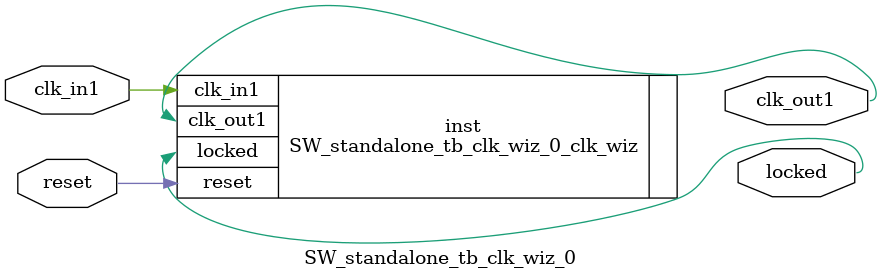
<source format=v>


`timescale 1ps/1ps

(* CORE_GENERATION_INFO = "SW_standalone_tb_clk_wiz_0,clk_wiz_v6_0_14_0_0,{component_name=SW_standalone_tb_clk_wiz_0,use_phase_alignment=true,use_min_o_jitter=false,use_max_i_jitter=false,use_dyn_phase_shift=false,use_inclk_switchover=false,use_dyn_reconfig=false,enable_axi=0,feedback_source=FDBK_AUTO,PRIMITIVE=MMCM,num_out_clk=1,clkin1_period=10.000,clkin2_period=10.000,use_power_down=false,use_reset=true,use_locked=true,use_inclk_stopped=false,feedback_type=SINGLE,CLOCK_MGR_TYPE=NA,manual_override=false}" *)

module SW_standalone_tb_clk_wiz_0 
 (
  // Clock out ports
  output        clk_out1,
  // Status and control signals
  input         reset,
  output        locked,
 // Clock in ports
  input         clk_in1
 );

  SW_standalone_tb_clk_wiz_0_clk_wiz inst
  (
  // Clock out ports  
  .clk_out1(clk_out1),
  // Status and control signals               
  .reset(reset), 
  .locked(locked),
 // Clock in ports
  .clk_in1(clk_in1)
  );

endmodule

</source>
